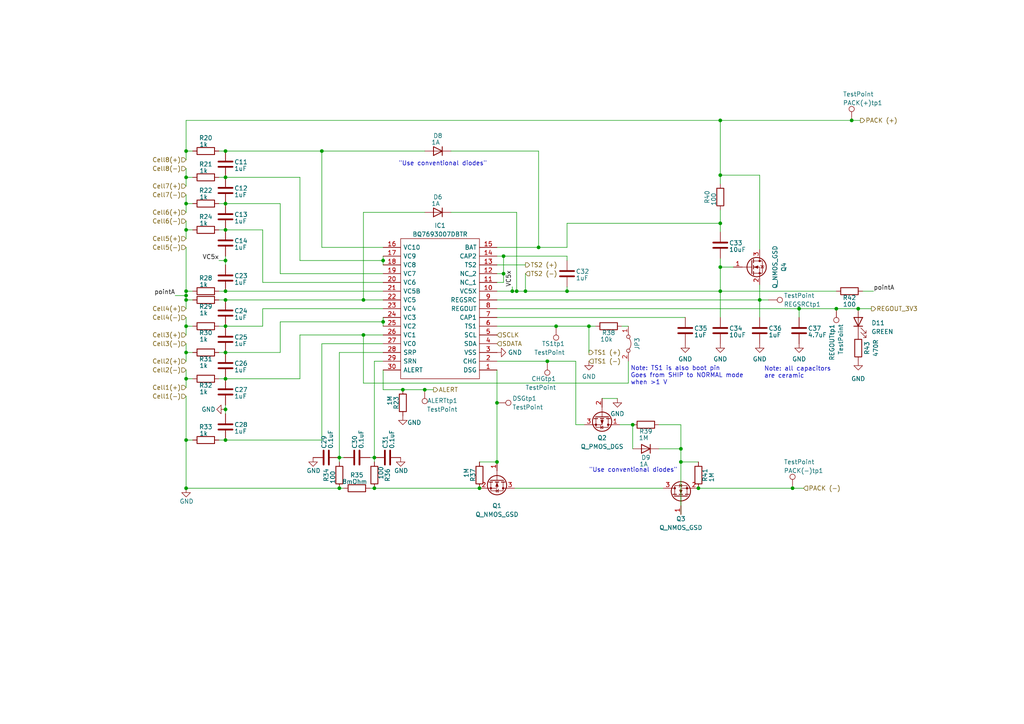
<source format=kicad_sch>
(kicad_sch (version 20211123) (generator eeschema)
  (paper "A4")
  (lib_symbols
    (symbol "Connector:TestPoint" (pin_numbers hide) (pin_names (offset 0.762) hide)
      (property "Reference" "TP" (at 0 6.858 0))
      (property "Value" "TestPoint" (at 0 5.08 0))
      (symbol "TestPoint_0_1"
        (circle (center 0 3.302) (radius 0.762))
      )
      (symbol "TestPoint_1_1"
        (pin passive line (at 0 0 90) (length 2.54) (name "1") (number "1"))
      )
    )
    (symbol "Device:C" (pin_numbers hide) (pin_names (offset 0.254))
      (property "Reference" "C" (at 0.635 2.54 0))
      (property "Value" "C" (at 0.635 -2.54 0))
      (symbol "C_0_1"
        (polyline (pts (xy -2.032 -0.762) (xy 2.032 -0.762)) (stroke (width 0.508)))
        (polyline (pts (xy -2.032 0.762) (xy 2.032 0.762)) (stroke (width 0.508)))
      )
      (symbol "C_1_1"
        (pin passive line (at 0 3.81 270) (length 2.794) (name "~") (number "1"))
        (pin passive line (at 0 -3.81 90) (length 2.794) (name "~") (number "2"))
      )
    )
    (symbol "Device:D" (pin_numbers hide) (pin_names (offset 1.016) hide)
      (property "Reference" "D" (at 0 2.54 0))
      (property "Value" "D" (at 0 -2.54 0))
      (symbol "D_0_1"
        (polyline (pts (xy -1.27 1.27) (xy -1.27 -1.27)) (stroke (width 0.254)))
        (polyline (pts (xy 1.27 0) (xy -1.27 0)))
        (polyline (pts (xy 1.27 1.27) (xy 1.27 -1.27) (xy -1.27 0) (xy 1.27 1.27)) (stroke (width 0.254)))
      )
      (symbol "D_1_1"
        (pin passive line (at -3.81 0 0) (length 2.54) (name "K") (number "1"))
        (pin passive line (at 3.81 0 180) (length 2.54) (name "A") (number "2"))
      )
    )
    (symbol "Device:LED" (pin_numbers hide) (pin_names (offset 1.016) hide)
      (property "Reference" "D" (at 0 2.54 0))
      (property "Value" "LED" (at 0 -2.54 0))
      (symbol "LED_0_1"
        (polyline (pts (xy -1.27 -1.27) (xy -1.27 1.27)) (stroke (width 0.254)))
        (polyline (pts (xy -1.27 0) (xy 1.27 0)))
        (polyline (pts (xy 1.27 -1.27) (xy 1.27 1.27) (xy -1.27 0) (xy 1.27 -1.27)) (stroke (width 0.254)))
        (polyline (pts (xy -3.048 -0.762) (xy -4.572 -2.286) (xy -3.81 -2.286) (xy -4.572 -2.286) (xy -4.572 -1.524)))
        (polyline (pts (xy -1.778 -0.762) (xy -3.302 -2.286) (xy -2.54 -2.286) (xy -3.302 -2.286) (xy -3.302 -1.524)))
      )
      (symbol "LED_1_1"
        (pin passive line (at -3.81 0 0) (length 2.54) (name "K") (number "1"))
        (pin passive line (at 3.81 0 180) (length 2.54) (name "A") (number "2"))
      )
    )
    (symbol "Device:Q_NMOS_GSD" (pin_names (offset 0) hide)
      (property "Reference" "Q" (at 5.08 1.27 0))
      (property "Value" "Q_NMOS_GSD" (at 5.08 -1.27 0))
      (symbol "Q_NMOS_GSD_0_1"
        (polyline (pts (xy 0.254 0) (xy -2.54 0)))
        (polyline (pts (xy 0.254 1.905) (xy 0.254 -1.905)) (stroke (width 0.254)))
        (polyline (pts (xy 0.762 -1.27) (xy 0.762 -2.286)) (stroke (width 0.254)))
        (polyline (pts (xy 0.762 0.508) (xy 0.762 -0.508)) (stroke (width 0.254)))
        (polyline (pts (xy 0.762 2.286) (xy 0.762 1.27)) (stroke (width 0.254)))
        (polyline (pts (xy 2.54 2.54) (xy 2.54 1.778)))
        (polyline (pts (xy 2.54 -2.54) (xy 2.54 0) (xy 0.762 0)))
        (polyline (pts (xy 0.762 -1.778) (xy 3.302 -1.778) (xy 3.302 1.778) (xy 0.762 1.778)))
        (polyline (pts (xy 1.016 0) (xy 2.032 0.381) (xy 2.032 -0.381) (xy 1.016 0)) (fill (type outline)))
        (polyline (pts (xy 2.794 0.508) (xy 2.921 0.381) (xy 3.683 0.381) (xy 3.81 0.254)))
        (polyline (pts (xy 3.302 0.381) (xy 2.921 -0.254) (xy 3.683 -0.254) (xy 3.302 0.381)))
        (circle (center 1.651 0) (radius 2.794) (stroke (width 0.254)))
        (circle (center 2.54 -1.778) (radius 0.254) (fill (type outline)))
        (circle (center 2.54 1.778) (radius 0.254) (fill (type outline)))
      )
      (symbol "Q_NMOS_GSD_1_1"
        (pin input line (at -5.08 0 0) (length 2.54) (name "G") (number "1"))
        (pin passive line (at 2.54 -5.08 90) (length 2.54) (name "S") (number "2"))
        (pin passive line (at 2.54 5.08 270) (length 2.54) (name "D") (number "3"))
      )
    )
    (symbol "Device:Q_PMOS_DGS" (pin_names (offset 0) hide)
      (property "Reference" "Q" (at 5.08 1.27 0))
      (property "Value" "Q_PMOS_DGS" (at 5.08 -1.27 0))
      (symbol "Q_PMOS_DGS_0_1"
        (polyline (pts (xy 0.254 0) (xy -2.54 0)))
        (polyline (pts (xy 0.254 1.905) (xy 0.254 -1.905)) (stroke (width 0.254)))
        (polyline (pts (xy 0.762 -1.27) (xy 0.762 -2.286)) (stroke (width 0.254)))
        (polyline (pts (xy 0.762 0.508) (xy 0.762 -0.508)) (stroke (width 0.254)))
        (polyline (pts (xy 0.762 2.286) (xy 0.762 1.27)) (stroke (width 0.254)))
        (polyline (pts (xy 2.54 2.54) (xy 2.54 1.778)))
        (polyline (pts (xy 2.54 -2.54) (xy 2.54 0) (xy 0.762 0)))
        (polyline (pts (xy 0.762 1.778) (xy 3.302 1.778) (xy 3.302 -1.778) (xy 0.762 -1.778)))
        (polyline (pts (xy 2.286 0) (xy 1.27 0.381) (xy 1.27 -0.381) (xy 2.286 0)) (fill (type outline)))
        (polyline (pts (xy 2.794 -0.508) (xy 2.921 -0.381) (xy 3.683 -0.381) (xy 3.81 -0.254)))
        (polyline (pts (xy 3.302 -0.381) (xy 2.921 0.254) (xy 3.683 0.254) (xy 3.302 -0.381)))
        (circle (center 1.651 0) (radius 2.794) (stroke (width 0.254)))
        (circle (center 2.54 -1.778) (radius 0.254) (fill (type outline)))
        (circle (center 2.54 1.778) (radius 0.254) (fill (type outline)))
      )
      (symbol "Q_PMOS_DGS_1_1"
        (pin passive line (at 2.54 5.08 270) (length 2.54) (name "D") (number "1"))
        (pin input line (at -5.08 0 0) (length 2.54) (name "G") (number "2"))
        (pin passive line (at 2.54 -5.08 90) (length 2.54) (name "S") (number "3"))
      )
    )
    (symbol "Device:R" (pin_numbers hide) (pin_names (offset 0))
      (property "Reference" "R" (at 2.032 0 90))
      (property "Value" "R" (at 0 0 90))
      (symbol "R_0_1"
        (rectangle (start -1.016 -2.54) (end 1.016 2.54) (stroke (width 0.254)))
      )
      (symbol "R_1_1"
        (pin passive line (at 0 3.81 270) (length 1.27) (name "~") (number "1"))
        (pin passive line (at 0 -3.81 90) (length 1.27) (name "~") (number "2"))
      )
    )
    (symbol "Jumper:Jumper_2_Bridged" (pin_names (offset 0) hide)
      (property "Reference" "JP" (at 0 1.905 0))
      (property "Value" "Jumper_2_Bridged" (at 0 -2.54 0))
      (symbol "Jumper_2_Bridged_0_0"
        (circle (center -2.032 0) (radius 0.508))
        (circle (center 2.032 0) (radius 0.508))
      )
      (symbol "Jumper_2_Bridged_0_1"
        (arc (start 1.524 0.254) (mid 0 0.762) (end -1.524 0.254))
      )
      (symbol "Jumper_2_Bridged_1_1"
        (pin passive line (at -5.08 0 0) (length 2.54) (name "A") (number "1"))
        (pin passive line (at 5.08 0 180) (length 2.54) (name "B") (number "2"))
      )
    )
    (symbol "SamacSys_Parts:BQ7693007DBTR" (pin_names (offset 0.762))
      (property "Reference" "IC" (at 29.21 7.62 0))
      (property "Value" "BQ7693007DBTR" (at 29.21 5.08 0))
      (symbol "BQ7693007DBTR_0_0"
        (pin passive line (at 0 0 0) (length 5.08) (name "DSG") (number "1"))
        (pin passive line (at 0 -22.86 0) (length 5.08) (name "VC5X") (number "10"))
        (pin passive line (at 0 -25.4 0) (length 5.08) (name "NC_1") (number "11"))
        (pin passive line (at 0 -27.94 0) (length 5.08) (name "NC_2") (number "12"))
        (pin passive line (at 0 -30.48 0) (length 5.08) (name "TS2") (number "13"))
        (pin passive line (at 0 -33.02 0) (length 5.08) (name "CAP2") (number "14"))
        (pin passive line (at 0 -35.56 0) (length 5.08) (name "BAT") (number "15"))
        (pin passive line (at 33.02 -35.56 180) (length 5.08) (name "VC10") (number "16"))
        (pin passive line (at 33.02 -33.02 180) (length 5.08) (name "VC9") (number "17"))
        (pin passive line (at 33.02 -30.48 180) (length 5.08) (name "VC8") (number "18"))
        (pin passive line (at 33.02 -27.94 180) (length 5.08) (name "VC7") (number "19"))
        (pin passive line (at 0 -2.54 0) (length 5.08) (name "CHG") (number "2"))
        (pin passive line (at 33.02 -25.4 180) (length 5.08) (name "VC6") (number "20"))
        (pin passive line (at 33.02 -22.86 180) (length 5.08) (name "VC5B") (number "21"))
        (pin passive line (at 33.02 -20.32 180) (length 5.08) (name "VC5") (number "22"))
        (pin passive line (at 33.02 -17.78 180) (length 5.08) (name "VC4") (number "23"))
        (pin passive line (at 33.02 -15.24 180) (length 5.08) (name "VC3") (number "24"))
        (pin passive line (at 33.02 -12.7 180) (length 5.08) (name "VC2") (number "25"))
        (pin passive line (at 33.02 -10.16 180) (length 5.08) (name "VC1") (number "26"))
        (pin passive line (at 33.02 -7.62 180) (length 5.08) (name "VC0") (number "27"))
        (pin passive line (at 33.02 -5.08 180) (length 5.08) (name "SRP") (number "28"))
        (pin passive line (at 33.02 -2.54 180) (length 5.08) (name "SRN") (number "29"))
        (pin passive line (at 0 -5.08 0) (length 5.08) (name "VSS") (number "3"))
        (pin passive line (at 33.02 0 180) (length 5.08) (name "ALERT") (number "30"))
        (pin passive line (at 0 -7.62 0) (length 5.08) (name "SDA") (number "4"))
        (pin passive line (at 0 -10.16 0) (length 5.08) (name "SCL") (number "5"))
        (pin passive line (at 0 -12.7 0) (length 5.08) (name "TS1") (number "6"))
        (pin passive line (at 0 -15.24 0) (length 5.08) (name "CAP1") (number "7"))
        (pin passive line (at 0 -17.78 0) (length 5.08) (name "REGOUT") (number "8"))
        (pin passive line (at 0 -20.32 0) (length 5.08) (name "REGSRC") (number "9"))
      )
      (symbol "BQ7693007DBTR_0_1"
        (polyline (pts (xy 5.08 2.54) (xy 27.94 2.54) (xy 27.94 -38.1) (xy 5.08 -38.1) (xy 5.08 2.54)) (stroke (width 0.1524)))
      )
    )
    (symbol "power:GND" (power) (pin_names (offset 0))
      (property "Value" "GND" (at 0 -3.81 0))
      (symbol "GND_0_1"
        (polyline (pts (xy 0 0) (xy 0 -1.27) (xy 1.27 -1.27) (xy 0 -2.54) (xy -1.27 -1.27) (xy 0 -1.27)))
      )
      (symbol "GND_1_1"
        (pin power_in line (at 0 0 270) (length 0) hide (name "GND") (number "1"))
      )
    )
  )
  (junction (at 65.405 75.565))
  (junction (at 53.975 43.815))
  (junction (at 65.405 127.635))
  (junction (at 53.975 127.635))
  (junction (at 105.41 97.155))
  (junction (at 65.405 94.615))
  (junction (at 108.585 141.605))
  (junction (at 146.05 74.295))
  (junction (at 247.015 34.925))
  (junction (at 208.915 84.455))
  (junction (at 105.41 86.995))
  (junction (at 161.29 94.615))
  (junction (at 53.975 84.455))
  (junction (at 53.975 51.435))
  (junction (at 53.975 66.675))
  (junction (at 53.975 59.055))
  (junction (at 156.21 71.755))
  (junction (at 65.405 51.435))
  (junction (at 164.465 84.455))
  (junction (at 93.345 43.815))
  (junction (at 65.405 84.455))
  (junction (at 229.87 141.605))
  (junction (at 183.515 123.19))
  (junction (at 208.915 50.8))
  (junction (at 108.585 132.715))
  (junction (at 208.915 34.925))
  (junction (at 197.485 130.175))
  (junction (at 152.4 84.455))
  (junction (at 144.145 133.985))
  (junction (at 208.915 77.47))
  (junction (at 202.565 141.605))
  (junction (at 111.125 75.565))
  (junction (at 208.915 64.77))
  (junction (at 65.405 66.675))
  (junction (at 98.425 132.715))
  (junction (at 123.19 113.03))
  (junction (at 65.405 86.995))
  (junction (at 248.92 89.535))
  (junction (at 170.815 94.615))
  (junction (at 65.405 102.235))
  (junction (at 231.775 89.535))
  (junction (at 53.975 94.615))
  (junction (at 111.125 93.345))
  (junction (at 98.425 141.605))
  (junction (at 149.86 84.455))
  (junction (at 116.84 113.03))
  (junction (at 53.975 109.855))
  (junction (at 53.975 86.995))
  (junction (at 53.975 102.235))
  (junction (at 197.485 133.985))
  (junction (at 65.405 43.815))
  (junction (at 158.75 104.775))
  (junction (at 65.405 59.055))
  (junction (at 65.405 109.855))
  (junction (at 144.145 116.84))
  (junction (at 139.065 141.605))
  (junction (at 146.05 79.375))
  (junction (at 242.57 89.535))
  (junction (at 65.405 118.745))
  (junction (at 53.975 141.605))
  (junction (at 148.59 84.455))
  (junction (at 53.975 85.725))
  (junction (at 220.345 86.995))
  (wire (pts (xy 63.5 43.815) (xy 65.405 43.815)))
  (wire (pts (xy 81.28 59.055) (xy 65.405 59.055)))
  (wire (pts (xy 98.425 132.715) (xy 99.695 132.715)))
  (wire (pts (xy 93.345 71.755) (xy 93.345 43.815)))
  (wire (pts (xy 53.975 114.935) (xy 53.975 127.635)))
  (wire (pts (xy 105.41 97.155) (xy 86.995 97.155)))
  (wire (pts (xy 53.975 141.605) (xy 53.975 127.635)))
  (wire (pts (xy 197.485 133.985) (xy 197.485 149.225)))
  (wire (pts (xy 191.135 130.175) (xy 197.485 130.175)))
  (wire (pts (xy 170.815 94.615) (xy 172.72 94.615)))
  (wire (pts (xy 208.915 50.8) (xy 220.345 50.8)))
  (wire (pts (xy 144.145 107.315) (xy 144.145 116.84)))
  (wire (pts (xy 107.315 132.715) (xy 108.585 132.715)))
  (wire (pts (xy 105.41 86.995) (xy 111.125 86.995)))
  (wire (pts (xy 53.975 89.535) (xy 53.975 86.995)))
  (wire (pts (xy 86.995 97.155) (xy 86.995 109.855)))
  (wire (pts (xy 111.125 75.565) (xy 111.125 76.835)))
  (wire (pts (xy 105.41 86.995) (xy 105.41 61.595)))
  (wire (pts (xy 179.705 123.19) (xy 183.515 123.19)))
  (wire (pts (xy 111.125 104.775) (xy 108.585 104.775)))
  (wire (pts (xy 63.5 127.635) (xy 65.405 127.635)))
  (wire (pts (xy 93.345 43.815) (xy 65.405 43.815)))
  (wire (pts (xy 148.59 83.185) (xy 148.59 84.455)))
  (wire (pts (xy 86.995 51.435) (xy 65.405 51.435)))
  (wire (pts (xy 111.125 102.235) (xy 98.425 102.235)))
  (wire (pts (xy 197.485 133.985) (xy 202.565 133.985)))
  (wire (pts (xy 202.565 141.605) (xy 229.87 141.605)))
  (wire (pts (xy 174.625 115.57) (xy 179.07 115.57)))
  (wire (pts (xy 53.975 34.925) (xy 208.915 34.925)))
  (wire (pts (xy 93.345 99.695) (xy 93.345 127.635)))
  (wire (pts (xy 167.005 104.775) (xy 167.005 123.19)))
  (wire (pts (xy 229.87 141.605) (xy 233.045 141.605)))
  (wire (pts (xy 253.365 84.455) (xy 250.19 84.455)))
  (wire (pts (xy 247.015 34.925) (xy 249.555 34.925)))
  (wire (pts (xy 130.81 61.595) (xy 149.86 61.595)))
  (wire (pts (xy 116.84 113.03) (xy 123.19 113.03)))
  (wire (pts (xy 161.29 94.615) (xy 170.815 94.615)))
  (wire (pts (xy 130.81 43.815) (xy 156.21 43.815)))
  (wire (pts (xy 53.975 46.355) (xy 53.975 43.815)))
  (wire (pts (xy 53.975 66.675) (xy 55.88 66.675)))
  (wire (pts (xy 208.915 34.925) (xy 208.915 50.8)))
  (wire (pts (xy 107.315 141.605) (xy 108.585 141.605)))
  (wire (pts (xy 53.975 51.435) (xy 55.88 51.435)))
  (wire (pts (xy 53.975 86.995) (xy 55.88 86.995)))
  (wire (pts (xy 53.975 48.895) (xy 53.975 51.435)))
  (wire (pts (xy 164.465 64.77) (xy 208.915 64.77)))
  (wire (pts (xy 164.465 74.295) (xy 164.465 75.565)))
  (wire (pts (xy 108.585 104.775) (xy 108.585 132.715)))
  (wire (pts (xy 220.345 50.8) (xy 220.345 72.39)))
  (wire (pts (xy 170.815 94.615) (xy 170.815 102.235)))
  (wire (pts (xy 183.515 123.19) (xy 183.515 130.175)))
  (wire (pts (xy 144.145 86.995) (xy 220.345 86.995)))
  (wire (pts (xy 65.405 75.565) (xy 65.405 76.835)))
  (wire (pts (xy 53.975 107.315) (xy 53.975 109.855)))
  (wire (pts (xy 50.8 85.725) (xy 53.975 85.725)))
  (wire (pts (xy 152.4 84.455) (xy 164.465 84.455)))
  (wire (pts (xy 53.975 34.925) (xy 53.975 43.815)))
  (wire (pts (xy 144.145 94.615) (xy 161.29 94.615)))
  (wire (pts (xy 208.915 34.925) (xy 247.015 34.925)))
  (wire (pts (xy 53.975 85.725) (xy 53.975 86.995)))
  (wire (pts (xy 81.28 93.345) (xy 81.28 102.235)))
  (wire (pts (xy 208.915 84.455) (xy 208.915 92.075)))
  (wire (pts (xy 144.145 116.84) (xy 144.145 133.985)))
  (wire (pts (xy 111.125 93.345) (xy 81.28 93.345)))
  (wire (pts (xy 158.75 104.775) (xy 167.005 104.775)))
  (wire (pts (xy 146.05 81.915) (xy 146.05 79.375)))
  (wire (pts (xy 63.5 86.995) (xy 65.405 86.995)))
  (wire (pts (xy 144.145 104.775) (xy 158.75 104.775)))
  (wire (pts (xy 111.125 107.315) (xy 111.125 113.03)))
  (wire (pts (xy 53.975 99.695) (xy 53.975 102.235)))
  (wire (pts (xy 65.405 86.995) (xy 105.41 86.995)))
  (wire (pts (xy 149.225 141.605) (xy 192.405 141.605)))
  (wire (pts (xy 76.2 66.675) (xy 76.2 81.915)))
  (wire (pts (xy 53.975 102.235) (xy 53.975 104.775)))
  (wire (pts (xy 144.145 76.835) (xy 152.4 76.835)))
  (wire (pts (xy 252.73 89.535) (xy 248.92 89.535)))
  (wire (pts (xy 111.125 89.535) (xy 76.2 89.535)))
  (wire (pts (xy 231.775 89.535) (xy 231.775 92.075)))
  (wire (pts (xy 208.915 77.47) (xy 208.915 84.455)))
  (wire (pts (xy 53.975 127.635) (xy 55.88 127.635)))
  (wire (pts (xy 146.05 79.375) (xy 146.05 74.295)))
  (wire (pts (xy 149.86 61.595) (xy 149.86 84.455)))
  (wire (pts (xy 144.145 84.455) (xy 148.59 84.455)))
  (wire (pts (xy 111.125 92.075) (xy 111.125 93.345)))
  (wire (pts (xy 197.485 130.175) (xy 197.485 133.985)))
  (wire (pts (xy 212.725 77.47) (xy 208.915 77.47)))
  (wire (pts (xy 53.975 109.855) (xy 55.88 109.855)))
  (wire (pts (xy 144.145 71.755) (xy 156.21 71.755)))
  (wire (pts (xy 111.125 97.155) (xy 105.41 97.155)))
  (wire (pts (xy 111.125 113.03) (xy 116.84 113.03)))
  (wire (pts (xy 148.59 84.455) (xy 149.86 84.455)))
  (wire (pts (xy 208.915 74.93) (xy 208.915 77.47)))
  (wire (pts (xy 63.5 94.615) (xy 65.405 94.615)))
  (wire (pts (xy 208.915 84.455) (xy 242.57 84.455)))
  (wire (pts (xy 144.145 81.915) (xy 146.05 81.915)))
  (wire (pts (xy 65.405 118.745) (xy 65.405 120.015)))
  (wire (pts (xy 146.05 74.295) (xy 164.465 74.295)))
  (wire (pts (xy 144.145 74.295) (xy 146.05 74.295)))
  (wire (pts (xy 111.125 81.915) (xy 76.2 81.915)))
  (wire (pts (xy 105.41 97.155) (xy 105.41 111.125)))
  (wire (pts (xy 182.245 111.125) (xy 182.245 104.775)))
  (wire (pts (xy 53.975 43.815) (xy 55.88 43.815)))
  (wire (pts (xy 191.135 123.19) (xy 197.485 123.19)))
  (wire (pts (xy 111.125 71.755) (xy 93.345 71.755)))
  (wire (pts (xy 164.465 84.455) (xy 208.915 84.455)))
  (wire (pts (xy 76.2 66.675) (xy 65.405 66.675)))
  (wire (pts (xy 98.425 141.605) (xy 99.695 141.605)))
  (wire (pts (xy 86.995 75.565) (xy 111.125 75.565)))
  (wire (pts (xy 53.975 51.435) (xy 53.975 53.975)))
  (wire (pts (xy 156.21 71.755) (xy 164.465 71.755)))
  (wire (pts (xy 53.975 92.075) (xy 53.975 94.615)))
  (wire (pts (xy 53.975 56.515) (xy 53.975 59.055)))
  (wire (pts (xy 63.5 51.435) (xy 65.405 51.435)))
  (wire (pts (xy 53.975 94.615) (xy 55.88 94.615)))
  (wire (pts (xy 53.975 102.235) (xy 55.88 102.235)))
  (wire (pts (xy 108.585 132.715) (xy 108.585 133.985)))
  (wire (pts (xy 53.975 84.455) (xy 55.88 84.455)))
  (wire (pts (xy 144.145 92.075) (xy 198.755 92.075)))
  (wire (pts (xy 105.41 111.125) (xy 182.245 111.125)))
  (wire (pts (xy 164.465 83.185) (xy 164.465 84.455)))
  (wire (pts (xy 63.5 109.855) (xy 65.405 109.855)))
  (wire (pts (xy 108.585 141.605) (xy 139.065 141.605)))
  (wire (pts (xy 111.125 93.345) (xy 111.125 94.615)))
  (wire (pts (xy 65.405 84.455) (xy 111.125 84.455)))
  (wire (pts (xy 152.4 79.375) (xy 152.4 84.455)))
  (wire (pts (xy 53.975 94.615) (xy 53.975 97.155)))
  (wire (pts (xy 123.19 113.03) (xy 125.73 113.03)))
  (wire (pts (xy 98.425 102.235) (xy 98.425 132.715)))
  (wire (pts (xy 98.425 132.715) (xy 98.425 133.985)))
  (wire (pts (xy 65.405 74.295) (xy 65.405 75.565)))
  (wire (pts (xy 86.995 109.855) (xy 65.405 109.855)))
  (wire (pts (xy 93.345 43.815) (xy 123.19 43.815)))
  (wire (pts (xy 53.975 109.855) (xy 53.975 112.395)))
  (wire (pts (xy 180.34 94.615) (xy 182.245 94.615)))
  (wire (pts (xy 81.28 59.055) (xy 81.28 79.375)))
  (wire (pts (xy 53.975 64.135) (xy 53.975 66.675)))
  (wire (pts (xy 220.345 86.995) (xy 220.345 92.075)))
  (wire (pts (xy 63.5 84.455) (xy 65.405 84.455)))
  (wire (pts (xy 63.5 75.565) (xy 65.405 75.565)))
  (wire (pts (xy 167.005 123.19) (xy 169.545 123.19)))
  (wire (pts (xy 53.975 71.755) (xy 53.975 84.455)))
  (wire (pts (xy 208.915 60.96) (xy 208.915 64.77)))
  (wire (pts (xy 63.5 59.055) (xy 65.405 59.055)))
  (wire (pts (xy 156.21 43.815) (xy 156.21 71.755)))
  (wire (pts (xy 81.28 79.375) (xy 111.125 79.375)))
  (wire (pts (xy 111.125 99.695) (xy 93.345 99.695)))
  (wire (pts (xy 63.5 102.235) (xy 65.405 102.235)))
  (wire (pts (xy 65.405 117.475) (xy 65.405 118.745)))
  (wire (pts (xy 63.5 66.675) (xy 65.405 66.675)))
  (wire (pts (xy 76.2 89.535) (xy 76.2 94.615)))
  (wire (pts (xy 220.345 86.995) (xy 222.885 86.995)))
  (wire (pts (xy 197.485 123.19) (xy 197.485 130.175)))
  (wire (pts (xy 242.57 89.535) (xy 231.775 89.535)))
  (wire (pts (xy 144.145 79.375) (xy 146.05 79.375)))
  (wire (pts (xy 248.92 89.535) (xy 242.57 89.535)))
  (wire (pts (xy 76.2 94.615) (xy 65.405 94.615)))
  (wire (pts (xy 65.405 127.635) (xy 93.345 127.635)))
  (wire (pts (xy 231.775 89.535) (xy 144.145 89.535)))
  (wire (pts (xy 53.975 59.055) (xy 53.975 61.595)))
  (wire (pts (xy 139.065 133.985) (xy 144.145 133.985)))
  (wire (pts (xy 53.975 141.605) (xy 98.425 141.605)))
  (wire (pts (xy 81.28 102.235) (xy 65.405 102.235)))
  (wire (pts (xy 53.975 66.675) (xy 53.975 69.215)))
  (wire (pts (xy 164.465 71.755) (xy 164.465 64.77)))
  (wire (pts (xy 53.975 84.455) (xy 53.975 85.725)))
  (wire (pts (xy 208.915 64.77) (xy 208.915 67.31)))
  (wire (pts (xy 208.915 50.8) (xy 208.915 53.34)))
  (wire (pts (xy 220.345 82.55) (xy 220.345 86.995)))
  (wire (pts (xy 53.975 59.055) (xy 55.88 59.055)))
  (wire (pts (xy 149.86 84.455) (xy 152.4 84.455)))
  (wire (pts (xy 105.41 61.595) (xy 123.19 61.595)))
  (wire (pts (xy 86.995 51.435) (xy 86.995 75.565)))
  (wire (pts (xy 111.125 75.565) (xy 111.125 74.295)))
  (text "\"Use conventional diodes\"" (at 115.57 48.26 0) (effects (font (size 1.27 1.27)) (justify left bottom)))
  (text "Note: all capacitors \nare ceramic" (at 221.615 109.855 0) (effects (font (size 1.27 1.27)) (justify left bottom)))
  (text "\"Use conventional diodes\"" (at 170.815 137.16 0) (effects (font (size 1.27 1.27)) (justify left bottom)))
  (text "Note: TS1 is also boot pin\nGoes from SHIP to NORMAL mode\nwhen >1 V" (at 182.88 111.76 0) (effects (font (size 1.27 1.27)) (justify left bottom)))
  (label "VC5x" (at 63.5 75.565 180))
  (label "pointA" (at 50.8 85.725 180))
  (label "pointA" (at 253.365 84.455 0))
  (label "VC5x" (at 148.59 83.185 90))
  (hierarchical_label "ALERT" (shape output) (at 125.73 113.03 0))
  (hierarchical_label "Cell4(+)" (shape input) (at 53.975 89.535 180))
  (hierarchical_label "Cell8(-)" (shape input) (at 53.975 48.895 180))
  (hierarchical_label "PACK (+)" (shape output) (at 249.555 34.925 0))
  (hierarchical_label "Cell3(-)" (shape input) (at 53.975 99.695 180))
  (hierarchical_label "TS2 (+)" (shape output) (at 152.4 76.835 0))
  (hierarchical_label "PACK (-)" (shape input) (at 233.045 141.605 0))
  (hierarchical_label "Cell1(-)" (shape input) (at 53.975 114.935 180))
  (hierarchical_label "Cell8(+)" (shape input) (at 53.975 46.355 180))
  (hierarchical_label "SDATA" (shape input) (at 144.145 99.695 0))
  (hierarchical_label "Cell5(-)" (shape input) (at 53.975 71.755 180))
  (hierarchical_label "Cell5(+)" (shape input) (at 53.975 69.215 180))
  (hierarchical_label "REGOUT_3V3" (shape output) (at 252.73 89.535 0))
  (hierarchical_label "Cell3(+)" (shape input) (at 53.975 97.155 180))
  (hierarchical_label "Cell6(+)" (shape input) (at 53.975 61.595 180))
  (hierarchical_label "Cell6(-)" (shape input) (at 53.975 64.135 180))
  (hierarchical_label "TS2 (-)" (shape input) (at 152.4 79.375 0))
  (hierarchical_label "TS1 (-)" (shape input) (at 170.815 104.775 0))
  (hierarchical_label "TS1 (+)" (shape output) (at 170.815 102.235 0))
  (hierarchical_label "Cell1(+)" (shape input) (at 53.975 112.395 180))
  (hierarchical_label "Cell7(+)" (shape input) (at 53.975 53.975 180))
  (hierarchical_label "SCLK" (shape input) (at 144.145 97.155 0))
  (hierarchical_label "Cell4(-)" (shape input) (at 53.975 92.075 180))
  (hierarchical_label "Cell2(-)" (shape input) (at 53.975 107.315 180))
  (hierarchical_label "Cell2(+)" (shape input) (at 53.975 104.775 180))
  (hierarchical_label "Cell7(-)" (shape input) (at 53.975 56.515 180))
  (symbol (lib_id "Device:Q_NMOS_GSD") (at 144.145 139.065 270) (unit 1)
    (property "Reference" "Q1" (at 144.145 146.685 90))
    (property "Value" "Q_NMOS_GSD" (at 144.145 149.225 90))
    (property "Footprint" "SamacSys_Parts:PG-TO-252" (effects hide))
    (property "Datasheet" "https://www.mouser.com/datasheet/2/196/Infineon_IRLR3636_DataSheet_v01_01_EN-1733025.pdf" (effects hide))
  )
  (symbol (lib_id "SamacSys_Parts:BQ7693007DBTR") (at 144.145 107.315 180) (unit 1)
    (property "Reference" "IC1" (at 127.635 65.405 0))
    (property "Value" "BQ7693007DBTR" (at 127.635 67.945 0))
    (property "Footprint" "SamacSys_Parts:SOP50P640X120-30N" (effects hide))
    (property "Datasheet" "https://www.ti.com/lit/ds/symlink/bq76930.pdf?ts=1640584875485&ref_url=https%253A%252F%252Fwww.ti.com%252Fstore%252Fti%252Fen%252Fp%252Fproduct%252F%253Fp%253DBQ7693007DBTR" (effects hide))
    (property "Description" "Battery Monitoring/Battery Balancer Li-Ion/Li-FePO4 30-Pin TSSOP T/R" (effects hide))
    (property "Height" "1.2" (effects hide))
    (property "Manufacturer_Name" "Texas Instruments" (effects hide))
    (property "Manufacturer_Part_Number" "BQ7693007DBTR" (effects hide))
    (property "Mouser Part Number" "595-BQ7693007DBTR" (effects hide))
    (property "Mouser Price/Stock" "https://www.mouser.co.uk/ProductDetail/Texas-Instruments/BQ7693007DBTR?qs=8%2FmU9qzJpL%2FBqwNLpsgt1w%3D%3D" (effects hide))
    (property "Arrow Part Number" "BQ7693007DBTR" (effects hide))
    (property "Arrow Price/Stock" "https://www.arrow.com/en/products/bq7693007dbtr/texas-instruments?region=nac" (effects hide))
  )
  (symbol (lib_id "Device:LED") (at 248.92 93.345 90) (unit 1)
    (property "Reference" "D11" (at 252.73 93.6624 90) (effects (justify right)))
    (property "Value" "GREEN" (at 252.73 96.2024 90) (effects (justify right)))
    (property "Footprint" "LED_SMD:LED_0603_1608Metric_Pad1.05x0.95mm_HandSolder" (effects hide))
  )
  (symbol (lib_id "Device:R") (at 108.585 137.795 180) (unit 1)
    (property "Reference" "R36" (at 112.395 137.795 90))
    (property "Value" "100" (at 110.49 137.16 90))
    (property "Footprint" "Resistor_SMD:R_0603_1608Metric" (effects hide))
  )
  (symbol (lib_id "Connector:TestPoint") (at 144.145 116.84 270) (unit 1)
    (property "Reference" "DSGtp1" (at 148.59 115.57 90) (effects (justify left)))
    (property "Value" "TestPoint" (at 148.59 118.11 90) (effects (justify left)))
    (property "Footprint" "TestPoint:TestPoint_THTPad_D1.5mm_Drill0.7mm" (effects hide))
  )
  (symbol (lib_id "Connector:TestPoint") (at 123.19 113.03 180) (unit 1)
    (property "Reference" "ALERTtp1" (at 132.715 116.205 0) (effects (justify left)))
    (property "Value" "TestPoint" (at 132.715 118.745 0) (effects (justify left)))
    (property "Footprint" "TestPoint:TestPoint_THTPad_D1.5mm_Drill0.7mm" (effects hide))
  )
  (symbol (lib_id "Device:R") (at 59.69 84.455 90) (unit 1)
    (property "Reference" "R28" (at 59.69 80.645 90))
    (property "Value" "1k" (at 59.055 82.55 90))
    (property "Footprint" "Resistor_SMD:R_0603_1608Metric" (effects hide))
  )
  (symbol (lib_id "power:GND") (at 116.84 120.65 0) (unit 1)
    (property "Reference" "#PWR0101" (effects hide))
    (property "Value" "GND" (at 118.11 122.555 0) (effects (justify left)))
  )
  (symbol (lib_id "power:GND") (at 248.92 104.775 0) (unit 1)
    (property "Reference" "#PWR059" (effects hide))
    (property "Value" "GND" (at 248.92 109.855 0))
  )
  (symbol (lib_id "Device:C") (at 220.345 95.885 0) (unit 1)
    (property "Reference" "C36" (at 222.885 95.25 0) (effects (justify left)))
    (property "Value" "1uF" (at 222.885 97.155 0) (effects (justify left)))
    (property "Footprint" "Capacitor_SMD:C_0603_1608Metric" (effects hide))
  )
  (symbol (lib_id "Connector:TestPoint") (at 158.75 104.775 180) (unit 1)
    (property "Reference" "CHGtp1" (at 161.29 109.855 0) (effects (justify left)))
    (property "Value" "TestPoint" (at 161.29 112.395 0) (effects (justify left)))
    (property "Footprint" "TestPoint:TestPoint_THTPad_D1.5mm_Drill0.7mm" (effects hide))
  )
  (symbol (lib_id "Device:C") (at 231.775 95.885 0) (unit 1)
    (property "Reference" "C37" (at 234.315 95.25 0) (effects (justify left)))
    (property "Value" "4.7uF" (at 234.315 97.155 0) (effects (justify left)))
    (property "Footprint" "Capacitor_SMD:C_0603_1608Metric" (effects hide))
  )
  (symbol (lib_id "Device:R") (at 59.69 102.235 90) (unit 1)
    (property "Reference" "R31" (at 59.69 104.14 90))
    (property "Value" "1k" (at 59.055 106.045 90))
    (property "Footprint" "Resistor_SMD:R_0603_1608Metric" (effects hide))
  )
  (symbol (lib_id "Connector:TestPoint") (at 229.87 141.605 0) (unit 1)
    (property "Reference" "PACK(-)tp1" (at 227.33 136.525 0) (effects (justify left)))
    (property "Value" "TestPoint" (at 227.33 133.985 0) (effects (justify left)))
    (property "Footprint" "TestPoint:TestPoint_THTPad_D1.5mm_Drill0.7mm" (effects hide))
  )
  (symbol (lib_id "Device:R") (at 248.92 100.965 180) (unit 1)
    (property "Reference" "R43" (at 251.46 100.965 90))
    (property "Value" "470R" (at 254 100.965 90))
    (property "Footprint" "Resistor_SMD:R_0603_1608Metric_Pad0.98x0.95mm_HandSolder" (effects hide))
  )
  (symbol (lib_id "power:GND") (at 170.815 104.775 0) (unit 1)
    (property "Reference" "#PWR053" (effects hide))
    (property "Value" "GND" (at 170.815 109.22 0))
  )
  (symbol (lib_id "Device:D") (at 127 61.595 180) (unit 1)
    (property "Reference" "D6" (at 127 57.15 0))
    (property "Value" "1A" (at 126.365 59.055 0))
    (property "Footprint" "Diode_SMD:D_SOD-123F" (effects hide))
    (property "Datasheet" "https://datasheet.lcsc.com/lcsc/1809301215_MDD-Microdiode-Electronics--SM4007PL_C64898.pdf" (effects hide))
    (property "JLC part" "C64898" (effects hide))
  )
  (symbol (lib_id "power:GND") (at 90.805 132.715 0) (unit 1)
    (property "Reference" "#PWR040" (effects hide))
    (property "Value" "GND" (at 88.9 136.525 0) (effects (justify left)))
  )
  (symbol (lib_id "Connector:TestPoint") (at 222.885 86.995 270) (unit 1)
    (property "Reference" "REGSRCtp1" (at 227.33 88.265 90) (effects (justify left)))
    (property "Value" "TestPoint" (at 227.33 85.725 90) (effects (justify left)))
    (property "Footprint" "TestPoint:TestPoint_THTPad_D1.5mm_Drill0.7mm" (effects hide))
  )
  (symbol (lib_id "Device:R") (at 139.065 137.795 0) (unit 1)
    (property "Reference" "R37" (at 137.16 137.795 90))
    (property "Value" "1M" (at 135.255 137.16 90))
    (property "Footprint" "Resistor_SMD:R_0603_1608Metric" (effects hide))
  )
  (symbol (lib_id "Device:C") (at 65.405 70.485 0) (unit 1)
    (property "Reference" "C14" (at 67.945 69.85 0) (effects (justify left)))
    (property "Value" "1uF" (at 67.945 71.755 0) (effects (justify left)))
    (property "Footprint" "Capacitor_SMD:C_0603_1608Metric" (effects hide))
  )
  (symbol (lib_id "Device:C") (at 198.755 95.885 0) (unit 1)
    (property "Reference" "C35" (at 201.295 95.25 0) (effects (justify left)))
    (property "Value" "1uF" (at 201.295 97.155 0) (effects (justify left)))
    (property "Footprint" "Capacitor_SMD:C_0603_1608Metric" (effects hide))
  )
  (symbol (lib_id "Device:R") (at 208.915 57.15 180) (unit 1)
    (property "Reference" "R40" (at 205.105 57.15 90))
    (property "Value" "100" (at 207.01 57.785 90))
    (property "Footprint" "Resistor_SMD:R_0603_1608Metric" (effects hide))
  )
  (symbol (lib_id "Device:C") (at 103.505 132.715 90) (unit 1)
    (property "Reference" "C30" (at 102.87 130.175 0) (effects (justify left)))
    (property "Value" "0.1uF" (at 104.775 130.175 0) (effects (justify left)))
    (property "Footprint" "Capacitor_SMD:C_0603_1608Metric" (effects hide))
  )
  (symbol (lib_id "Device:C") (at 65.405 106.045 0) (unit 1)
    (property "Reference" "C26" (at 67.945 105.41 0) (effects (justify left)))
    (property "Value" "1uF" (at 67.945 107.315 0) (effects (justify left)))
    (property "Footprint" "Capacitor_SMD:C_0603_1608Metric" (effects hide))
  )
  (symbol (lib_id "Device:R") (at 59.69 51.435 90) (unit 1)
    (property "Reference" "R21" (at 59.69 47.625 90))
    (property "Value" "1k" (at 59.055 49.53 90))
    (property "Footprint" "Resistor_SMD:R_0603_1608Metric" (effects hide))
  )
  (symbol (lib_id "power:GND") (at 198.755 99.695 0) (unit 1)
    (property "Reference" "#PWR056" (effects hide))
    (property "Value" "GND" (at 198.755 104.14 0))
  )
  (symbol (lib_id "Device:C") (at 65.405 62.865 0) (unit 1)
    (property "Reference" "C13" (at 67.945 62.23 0) (effects (justify left)))
    (property "Value" "1uF" (at 67.945 64.135 0) (effects (justify left)))
    (property "Footprint" "Capacitor_SMD:C_0603_1608Metric" (effects hide))
  )
  (symbol (lib_id "Device:R") (at 103.505 141.605 270) (unit 1)
    (property "Reference" "R35" (at 103.505 137.795 90))
    (property "Value" "8mOhm" (at 102.87 139.7 90))
    (property "Footprint" "Resistor_SMD:R_2816_7142Metric" (effects hide))
    (property "Datasheet" "https://www.mouser.com/datasheet/2/427/wshm2818-1762134.pdf" (effects hide))
  )
  (symbol (lib_id "Device:R") (at 98.425 137.795 0) (unit 1)
    (property "Reference" "R34" (at 94.615 137.795 90))
    (property "Value" "100" (at 96.52 138.43 90))
    (property "Footprint" "Resistor_SMD:R_0603_1608Metric" (effects hide))
  )
  (symbol (lib_id "Device:C") (at 164.465 79.375 0) (unit 1)
    (property "Reference" "C32" (at 167.005 78.74 0) (effects (justify left)))
    (property "Value" "1uF" (at 167.005 80.645 0) (effects (justify left)))
    (property "Footprint" "Capacitor_SMD:C_0603_1608Metric" (effects hide))
  )
  (symbol (lib_id "Connector:TestPoint") (at 242.57 89.535 180) (unit 1)
    (property "Reference" "REGOUTtp1" (at 241.3 93.98 90) (effects (justify left)))
    (property "Value" "TestPoint" (at 243.84 93.98 90) (effects (justify left)))
    (property "Footprint" "TestPoint:TestPoint_THTPad_D1.5mm_Drill0.7mm" (effects hide))
  )
  (symbol (lib_id "Device:C") (at 65.405 113.665 0) (unit 1)
    (property "Reference" "C27" (at 67.945 113.03 0) (effects (justify left)))
    (property "Value" "1uF" (at 67.945 114.935 0) (effects (justify left)))
    (property "Footprint" "Capacitor_SMD:C_0603_1608Metric" (effects hide))
  )
  (symbol (lib_id "Device:R") (at 59.69 43.815 90) (unit 1)
    (property "Reference" "R20" (at 59.69 40.005 90))
    (property "Value" "1k" (at 59.055 41.91 90))
    (property "Footprint" "Resistor_SMD:R_0603_1608Metric" (effects hide))
  )
  (symbol (lib_id "Device:R") (at 246.38 84.455 90) (unit 1)
    (property "Reference" "R42" (at 246.38 86.36 90))
    (property "Value" "100" (at 246.38 88.265 90))
    (property "Footprint" "Resistor_SMD:R_0603_1608Metric" (effects hide))
  )
  (symbol (lib_id "Jumper:Jumper_2_Bridged") (at 182.245 99.695 270) (unit 1)
    (property "Reference" "JP3" (at 184.785 99.695 0))
    (property "Value" " " (at 184.0429 99.695 0))
    (property "Footprint" "Jumper:SolderJumper-2_P1.3mm_Bridged2Bar_Pad1.0x1.5mm" (effects hide))
  )
  (symbol (lib_id "power:GND") (at 144.145 102.235 90) (unit 1)
    (property "Reference" "#PWR052" (effects hide))
    (property "Value" "GND" (at 147.32 102.2349 90) (effects (justify right)))
  )
  (symbol (lib_id "Device:R") (at 202.565 137.795 180) (unit 1)
    (property "Reference" "R41" (at 204.47 137.795 90))
    (property "Value" "1M" (at 206.375 138.43 90))
    (property "Footprint" "Resistor_SMD:R_0603_1608Metric" (effects hide))
  )
  (symbol (lib_id "Device:C") (at 65.405 55.245 0) (unit 1)
    (property "Reference" "C12" (at 67.945 54.61 0) (effects (justify left)))
    (property "Value" "1uF" (at 67.945 56.515 0) (effects (justify left)))
    (property "Footprint" "Capacitor_SMD:C_0603_1608Metric" (effects hide))
  )
  (symbol (lib_id "Device:C") (at 208.915 71.12 0) (unit 1)
    (property "Reference" "C33" (at 211.455 70.485 0) (effects (justify left)))
    (property "Value" "10uF" (at 211.455 72.39 0) (effects (justify left)))
    (property "Footprint" "Capacitor_SMD:C_0603_1608Metric" (effects hide))
  )
  (symbol (lib_id "Device:C") (at 65.405 123.825 0) (unit 1)
    (property "Reference" "C28" (at 67.945 123.19 0) (effects (justify left)))
    (property "Value" "1uF" (at 67.945 125.095 0) (effects (justify left)))
    (property "Footprint" "Capacitor_SMD:C_0603_1608Metric" (effects hide))
  )
  (symbol (lib_id "power:GND") (at 179.07 115.57 0) (unit 1)
    (property "Reference" "#PWR054" (effects hide))
    (property "Value" "GND" (at 179.07 120.015 0))
  )
  (symbol (lib_id "Device:Q_NMOS_GSD") (at 217.805 77.47 0) (unit 1)
    (property "Reference" "Q4" (at 227.33 77.47 90))
    (property "Value" "Q_NMOS_GSD" (at 224.79 77.47 90))
    (property "Footprint" "SamacSys_Parts:PG-TO-252" (effects hide))
    (property "Datasheet" "https://www.mouser.com/datasheet/2/196/Infineon_IRLR3636_DataSheet_v01_01_EN-1733025.pdf" (effects hide))
  )
  (symbol (lib_id "Device:R") (at 59.69 86.995 90) (unit 1)
    (property "Reference" "R29" (at 59.69 88.9 90))
    (property "Value" "1k" (at 59.055 90.805 90))
    (property "Footprint" "Resistor_SMD:R_0603_1608Metric" (effects hide))
  )
  (symbol (lib_id "Device:R") (at 187.325 123.19 90) (unit 1)
    (property "Reference" "R39" (at 187.325 125.095 90))
    (property "Value" "1M" (at 186.69 127 90))
    (property "Footprint" "Resistor_SMD:R_0603_1608Metric" (effects hide))
  )
  (symbol (lib_id "Device:C") (at 112.395 132.715 90) (unit 1)
    (property "Reference" "C31" (at 111.76 130.175 0) (effects (justify left)))
    (property "Value" "0.1uF" (at 113.665 130.175 0) (effects (justify left)))
    (property "Footprint" "Capacitor_SMD:C_0603_1608Metric" (effects hide))
  )
  (symbol (lib_id "Device:C") (at 65.405 90.805 0) (unit 1)
    (property "Reference" "C24" (at 67.945 90.17 0) (effects (justify left)))
    (property "Value" "1uF" (at 67.945 92.075 0) (effects (justify left)))
    (property "Footprint" "Capacitor_SMD:C_0603_1608Metric" (effects hide))
  )
  (symbol (lib_id "power:GND") (at 231.775 99.695 0) (unit 1)
    (property "Reference" "#PWR058" (effects hide))
    (property "Value" "GND" (at 231.775 104.14 0))
  )
  (symbol (lib_id "Device:C") (at 65.405 98.425 0) (unit 1)
    (property "Reference" "C25" (at 67.945 97.79 0) (effects (justify left)))
    (property "Value" "1uF" (at 67.945 99.695 0) (effects (justify left)))
    (property "Footprint" "Capacitor_SMD:C_0603_1608Metric" (effects hide))
  )
  (symbol (lib_id "power:GND") (at 220.345 99.695 0) (unit 1)
    (property "Reference" "#PWR057" (effects hide))
    (property "Value" "GND" (at 220.345 104.14 0))
  )
  (symbol (lib_id "Device:Q_PMOS_DGS") (at 174.625 120.65 270) (unit 1)
    (property "Reference" "Q2" (at 174.625 127 90))
    (property "Value" "Q_PMOS_DGS" (at 174.625 129.54 90))
    (property "Footprint" "Package_TO_SOT_SMD:TO-252-2" (effects hide))
    (property "Datasheet" "https://www.mouser.com/datasheet/2/196/Infineon_IRFR5305_DataSheet_v01_01_EN-1732717.pdf" (effects hide))
  )
  (symbol (lib_id "Device:D") (at 187.325 130.175 180) (unit 1)
    (property "Reference" "D9" (at 187.325 132.715 0))
    (property "Value" "1A" (at 186.69 134.62 0))
    (property "Footprint" "Diode_SMD:D_SOD-123F" (effects hide))
    (property "Datasheet" "https://datasheet.lcsc.com/lcsc/1809301215_MDD-Microdiode-Electronics--SM4007PL_C64898.pdf" (effects hide))
    (property "JLC part" "C64898" (effects hide))
  )
  (symbol (lib_id "Device:C") (at 65.405 80.645 0) (unit 1)
    (property "Reference" "C23" (at 67.945 80.01 0) (effects (justify left)))
    (property "Value" "1uF" (at 67.945 81.915 0) (effects (justify left)))
    (property "Footprint" "Capacitor_SMD:C_0603_1608Metric" (effects hide))
  )
  (symbol (lib_id "Device:R") (at 59.69 66.675 90) (unit 1)
    (property "Reference" "R24" (at 59.69 62.865 90))
    (property "Value" "1k" (at 59.055 64.77 90))
    (property "Footprint" "Resistor_SMD:R_0603_1608Metric" (effects hide))
  )
  (symbol (lib_id "Device:R") (at 176.53 94.615 90) (unit 1)
    (property "Reference" "R38" (at 176.53 96.52 90))
    (property "Value" "10k" (at 175.895 98.425 90))
    (property "Footprint" "Resistor_SMD:R_0603_1608Metric" (effects hide))
  )
  (symbol (lib_id "power:GND") (at 208.915 99.695 0) (unit 1)
    (property "Reference" "#PWR055" (effects hide))
    (property "Value" "GND" (at 208.915 104.14 0))
  )
  (symbol (lib_id "Device:R") (at 116.84 116.84 0) (unit 1)
    (property "Reference" "R23" (at 114.935 116.84 90))
    (property "Value" "1M" (at 113.03 116.205 90))
    (property "Footprint" "Resistor_SMD:R_0603_1608Metric" (effects hide))
  )
  (symbol (lib_id "Device:R") (at 59.69 94.615 90) (unit 1)
    (property "Reference" "R30" (at 59.69 96.52 90))
    (property "Value" "1k" (at 59.055 98.425 90))
    (property "Footprint" "Resistor_SMD:R_0603_1608Metric" (effects hide))
  )
  (symbol (lib_id "Device:R") (at 59.69 109.855 90) (unit 1)
    (property "Reference" "R32" (at 59.69 111.76 90))
    (property "Value" "1k" (at 59.055 113.665 90))
    (property "Footprint" "Resistor_SMD:R_0603_1608Metric" (effects hide))
  )
  (symbol (lib_id "Device:R") (at 59.69 59.055 90) (unit 1)
    (property "Reference" "R22" (at 59.69 55.245 90))
    (property "Value" "1k" (at 59.055 57.15 90))
    (property "Footprint" "Resistor_SMD:R_0603_1608Metric" (effects hide))
  )
  (symbol (lib_id "power:GND") (at 65.405 118.745 270) (unit 1)
    (property "Reference" "#PWR039" (effects hide))
    (property "Value" "GND" (at 58.42 118.745 90) (effects (justify left)))
  )
  (symbol (lib_id "Connector:TestPoint") (at 247.015 34.925 0) (unit 1)
    (property "Reference" "PACK(+)tp1" (at 244.475 29.845 0) (effects (justify left)))
    (property "Value" "TestPoint" (at 244.475 27.305 0) (effects (justify left)))
    (property "Footprint" "TestPoint:TestPoint_THTPad_D1.5mm_Drill0.7mm" (effects hide))
  )
  (symbol (lib_id "Device:Q_NMOS_GSD") (at 197.485 144.145 90) (unit 1)
    (property "Reference" "Q3" (at 197.485 150.495 90))
    (property "Value" "Q_NMOS_GSD" (at 197.485 153.035 90))
    (property "Footprint" "SamacSys_Parts:PG-TO-252" (effects hide))
    (property "Datasheet" "https://www.mouser.com/datasheet/2/196/Infineon_IRLR3636_DataSheet_v01_01_EN-1733025.pdf" (effects hide))
  )
  (symbol (lib_id "Connector:TestPoint") (at 161.29 94.615 180) (unit 1)
    (property "Reference" "TS1tp1" (at 163.83 99.695 0) (effects (justify left)))
    (property "Value" "TestPoint" (at 163.83 102.235 0) (effects (justify left)))
    (property "Footprint" "TestPoint:TestPoint_THTPad_D1.5mm_Drill0.7mm" (effects hide))
  )
  (symbol (lib_id "Device:C") (at 65.405 47.625 0) (unit 1)
    (property "Reference" "C11" (at 67.945 46.99 0) (effects (justify left)))
    (property "Value" "1uF" (at 67.945 48.895 0) (effects (justify left)))
    (property "Footprint" "Capacitor_SMD:C_0603_1608Metric" (effects hide))
  )
  (symbol (lib_id "power:GND") (at 53.975 141.605 0) (unit 1)
    (property "Reference" "#PWR035" (effects hide))
    (property "Value" "GND" (at 52.07 145.415 0) (effects (justify left)))
  )
  (symbol (lib_id "Device:C") (at 94.615 132.715 90) (unit 1)
    (property "Reference" "C29" (at 93.98 130.175 0) (effects (justify left)))
    (property "Value" "0.1uF" (at 95.885 130.175 0) (effects (justify left)))
    (property "Footprint" "Capacitor_SMD:C_0603_1608Metric" (effects hide))
  )
  (symbol (lib_id "power:GND") (at 116.205 132.715 0) (unit 1)
    (property "Reference" "#PWR042" (effects hide))
    (property "Value" "GND" (at 114.3 136.525 0) (effects (justify left)))
  )
  (symbol (lib_id "Device:D") (at 127 43.815 180) (unit 1)
    (property "Reference" "D8" (at 127 39.37 0))
    (property "Value" "1A" (at 126.365 41.275 0))
    (property "Footprint" "Diode_SMD:D_SOD-123F" (effects hide))
    (property "Datasheet" "https://datasheet.lcsc.com/lcsc/1809301215_MDD-Microdiode-Electronics--SM4007PL_C64898.pdf" (effects hide))
    (property "JLC part" "C64898" (effects hide))
  )
  (symbol (lib_id "Device:R") (at 59.69 127.635 270) (unit 1)
    (property "Reference" "R33" (at 59.69 123.825 90))
    (property "Value" "1k" (at 59.055 125.73 90))
    (property "Footprint" "Resistor_SMD:R_0603_1608Metric" (effects hide))
  )
  (symbol (lib_id "Device:C") (at 208.915 95.885 0) (unit 1)
    (property "Reference" "C34" (at 211.455 95.25 0) (effects (justify left)))
    (property "Value" "10uF" (at 211.455 97.155 0) (effects (justify left)))
    (property "Footprint" "Capacitor_SMD:C_0603_1608Metric" (effects hide))
  )
)
</source>
